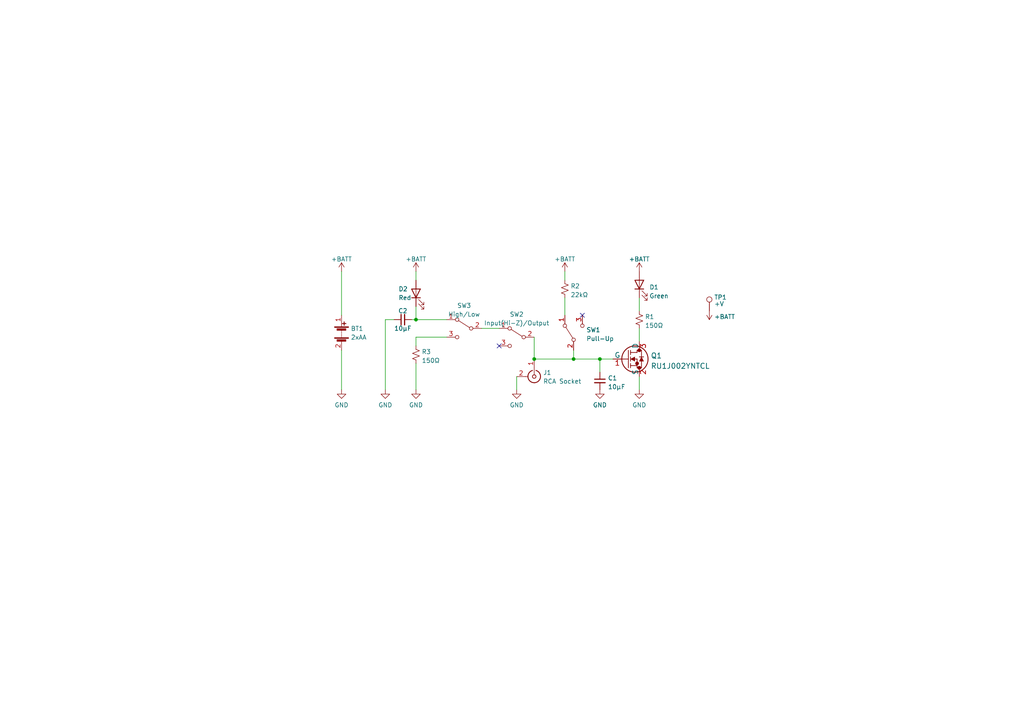
<source format=kicad_sch>
(kicad_sch (version 20230121) (generator eeschema)
  (paper "A4")
  (title_block (title "TixBoard Communications Education Board") (date "2023-06-29") (rev "5") (company "QuarterWave Engineering") (comment 2 "Design Changes: Cost reduction, MOSFET changed to more suitable model with lower Vth") (comment 3 "Original Idea and design: https://twitter.com/m_ou_se/status/1511085846769848329") (comment 4 "[Designed with <3 in San Diego - CERN-OHL-P-2.0]"))
  (lib_symbols
    (symbol "Connector:Conn_Coaxial" (pin_names (offset 1.016) hide)
      (property "Reference" "J" (at 0.254 3.048 0))
      (property "Value" "Conn_Coaxial" (at 2.921 0 90))
      (symbol "Conn_Coaxial_0_1"
        (arc (start -1.778 -0.508) (mid 0.222 -1.808) (end 1.778 0) (stroke (width 0.254)))
        (polyline (pts (xy -2.54 0) (xy -0.508 0)))
        (polyline (pts (xy 0 -2.54) (xy 0 -1.778)))
        (circle (center 0 0) (radius 0.508) (stroke (width 0.2032)))
        (arc (start 1.778 0) (mid 0.222 1.8083) (end -1.778 0.508) (stroke (width 0.254)))
      )
      (symbol "Conn_Coaxial_1_1"
        (pin passive line (at -5.08 0 0) (length 2.54) (name "In") (number "1"))
        (pin passive line (at 0 -5.08 90) (length 2.54) (name "Ext") (number "2"))
      )
    )
    (symbol "Connector:TestPoint" (pin_numbers hide) (pin_names (offset 0.762) hide)
      (property "Reference" "TP" (at 0 6.858 0))
      (property "Value" "TestPoint" (at 0 5.08 0))
      (symbol "TestPoint_0_1"
        (circle (center 0 3.302) (radius 0.762))
      )
      (symbol "TestPoint_1_1"
        (pin passive line (at 0 0 90) (length 2.54) (name "1") (number "1"))
      )
    )
    (symbol "Device:Battery" (pin_names (offset 0) hide)
      (property "Reference" "BT" (at 2.54 2.54 0))
      (property "Value" "Battery" (at 2.54 0 0))
      (symbol "Battery_0_1"
        (rectangle (start -2.032 -1.397) (end 2.032 -1.651) (fill (type outline)))
        (rectangle (start -2.032 1.778) (end 2.032 1.524) (fill (type outline)))
        (rectangle (start -1.3208 -1.9812) (end 1.27 -2.4892) (fill (type outline)))
        (rectangle (start -1.3208 1.1938) (end 1.27 0.6858) (fill (type outline)))
        (polyline (pts (xy 0 -1.524) (xy 0 -1.27)))
        (polyline (pts (xy 0 -1.016) (xy 0 -0.762)))
        (polyline (pts (xy 0 -0.508) (xy 0 -0.254)))
        (polyline (pts (xy 0 0) (xy 0 0.254)))
        (polyline (pts (xy 0 0.508) (xy 0 0.762)))
        (polyline (pts (xy 0 1.778) (xy 0 2.54)))
        (polyline (pts (xy 0.254 2.667) (xy 1.27 2.667)) (stroke (width 0.254)))
        (polyline (pts (xy 0.762 3.175) (xy 0.762 2.159)) (stroke (width 0.254)))
      )
      (symbol "Battery_1_1"
        (pin passive line (at 0 5.08 270) (length 2.54) (name "+") (number "1"))
        (pin passive line (at 0 -5.08 90) (length 2.54) (name "-") (number "2"))
      )
    )
    (symbol "Device:C_Small" (pin_numbers hide) (pin_names (offset 0.254) hide)
      (property "Reference" "C" (at 0.254 1.778 0))
      (property "Value" "C_Small" (at 0.254 -2.032 0))
      (symbol "C_Small_0_1"
        (polyline (pts (xy -1.524 -0.508) (xy 1.524 -0.508)) (stroke (width 0.3302)))
        (polyline (pts (xy -1.524 0.508) (xy 1.524 0.508)) (stroke (width 0.3048)))
      )
      (symbol "C_Small_1_1"
        (pin passive line (at 0 2.54 270) (length 2.032) (name "~") (number "1"))
        (pin passive line (at 0 -2.54 90) (length 2.032) (name "~") (number "2"))
      )
    )
    (symbol "Device:LED" (pin_numbers hide) (pin_names (offset 1.016) hide)
      (property "Reference" "D" (at 0 2.54 0))
      (property "Value" "LED" (at 0 -2.54 0))
      (symbol "LED_0_1"
        (polyline (pts (xy -1.27 -1.27) (xy -1.27 1.27)) (stroke (width 0.254)))
        (polyline (pts (xy -1.27 0) (xy 1.27 0)))
        (polyline (pts (xy 1.27 -1.27) (xy 1.27 1.27) (xy -1.27 0) (xy 1.27 -1.27)) (stroke (width 0.254)))
        (polyline (pts (xy -3.048 -0.762) (xy -4.572 -2.286) (xy -3.81 -2.286) (xy -4.572 -2.286) (xy -4.572 -1.524)))
        (polyline (pts (xy -1.778 -0.762) (xy -3.302 -2.286) (xy -2.54 -2.286) (xy -3.302 -2.286) (xy -3.302 -1.524)))
      )
      (symbol "LED_1_1"
        (pin passive line (at -3.81 0 0) (length 2.54) (name "K") (number "1"))
        (pin passive line (at 3.81 0 180) (length 2.54) (name "A") (number "2"))
      )
    )
    (symbol "Device:R_Small_US" (pin_numbers hide) (pin_names (offset 0.254) hide)
      (property "Reference" "R" (at 0.762 0.508 0))
      (property "Value" "R_Small_US" (at 0.762 -1.016 0))
      (symbol "R_Small_US_1_1"
        (polyline (pts (xy 0 0) (xy 1.016 -0.381) (xy 0 -0.762) (xy -1.016 -1.143) (xy 0 -1.524)))
        (polyline (pts (xy 0 1.524) (xy 1.016 1.143) (xy 0 0.762) (xy -1.016 0.381) (xy 0 0)))
        (pin passive line (at 0 2.54 270) (length 1.016) (name "~") (number "1"))
        (pin passive line (at 0 -2.54 90) (length 1.016) (name "~") (number "2"))
      )
    )
    (symbol "RU1J002YN:RU1J002YNTCL" (pin_names (offset 0))
      (property "Reference" "R" (at 11.43 1.905 0))
      (property "Value" "RU1J002YNTCL" (at 11.43 -5.08 0))
      (symbol "RU1J002YNTCL_1_1"
        (polyline (pts (xy 2.54 0) (xy 4.445 0)) (stroke (width 0.2032)))
        (polyline (pts (xy 4.445 -2.54) (xy 4.445 2.54)) (stroke (width 0.2032)))
        (polyline (pts (xy 5.08 -2.54) (xy 5.08 -1.27)) (stroke (width 0.2032)))
        (polyline (pts (xy 5.08 -1.905) (xy 6.985 -1.905)) (stroke (width 0.2032)))
        (polyline (pts (xy 5.08 -0.635) (xy 5.08 0.635)) (stroke (width 0.2032)))
        (polyline (pts (xy 5.08 1.27) (xy 5.08 2.54)) (stroke (width 0.2032)))
        (polyline (pts (xy 5.08 1.905) (xy 6.985 1.905)) (stroke (width 0.2032)))
        (polyline (pts (xy 6.35 0) (xy 6.985 0)) (stroke (width 0.2032)))
        (polyline (pts (xy 6.985 -2.54) (xy 6.985 0)) (stroke (width 0.2032)))
        (polyline (pts (xy 6.985 -2.54) (xy 8.255 -2.54)) (stroke (width 0.2032)))
        (polyline (pts (xy 6.985 1.905) (xy 6.985 2.54)) (stroke (width 0.2032)))
        (polyline (pts (xy 6.985 2.54) (xy 8.255 2.54)) (stroke (width 0.2032)))
        (polyline (pts (xy 8.255 -2.54) (xy 8.255 -0.635)) (stroke (width 0.2032)))
        (polyline (pts (xy 8.255 0.635) (xy 8.255 2.54)) (stroke (width 0.2032)))
        (polyline (pts (xy 8.89 0.635) (xy 7.62 0.635)) (stroke (width 0.2032)))
        (polyline (pts (xy 6.35 0.635) (xy 5.08 0) (xy 6.35 -0.635) (xy 6.35 0.635)) (stroke (width 0.0254)) (fill (type outline)))
        (polyline (pts (xy 8.89 -0.635) (xy 7.62 -0.635) (xy 8.255 0.635) (xy 8.89 -0.635)) (stroke (width 0.0254)) (fill (type outline)))
        (circle (center 6.35 0) (radius 3.81) (stroke (width 0.254)))
        (circle (center 6.985 -1.27) (radius 0.0254) (stroke (width 0.508)))
        (circle (center 7.62 -2.54) (radius 0.0254) (stroke (width 0.508)))
        (circle (center 7.62 2.54) (radius 0.0254) (stroke (width 0.508)))
        (pin unspecified line (at 0 0 0) (length 2.54) (name "G") (number "1"))
        (pin unspecified line (at 7.62 -5.08 90) (length 2.54) (name "S") (number "2"))
        (pin unspecified line (at 7.62 5.08 270) (length 2.54) (name "D") (number "3"))
      )
    )
    (symbol "Switch:SW_SPDT" (pin_names (offset 0) hide)
      (property "Reference" "SW" (at 0 4.318 0))
      (property "Value" "SW_SPDT" (at 0 -5.08 0))
      (symbol "SW_SPDT_0_0"
        (circle (center -2.032 0) (radius 0.508))
        (circle (center 2.032 -2.54) (radius 0.508))
      )
      (symbol "SW_SPDT_0_1"
        (polyline (pts (xy -1.524 0.254) (xy 1.651 2.286)))
        (circle (center 2.032 2.54) (radius 0.508))
      )
      (symbol "SW_SPDT_1_1"
        (pin passive line (at 5.08 2.54 180) (length 2.54) (name "A") (number "1"))
        (pin passive line (at -5.08 0 0) (length 2.54) (name "B") (number "2"))
        (pin passive line (at 5.08 -2.54 180) (length 2.54) (name "C") (number "3"))
      )
    )
    (symbol "power:+BATT" (power) (pin_names (offset 0))
      (property "Value" "+BATT" (at 0 3.556 0))
      (symbol "+BATT_0_1"
        (polyline (pts (xy -0.762 1.27) (xy 0 2.54)))
        (polyline (pts (xy 0 0) (xy 0 2.54)))
        (polyline (pts (xy 0 2.54) (xy 0.762 1.27)))
      )
      (symbol "+BATT_1_1"
        (pin power_in line (at 0 0 90) (length 0) hide (name "+BATT") (number "1"))
      )
    )
    (symbol "power:GND" (power) (pin_names (offset 0))
      (property "Value" "GND" (at 0 -3.81 0))
      (symbol "GND_0_1"
        (polyline (pts (xy 0 0) (xy 0 -1.27) (xy 1.27 -1.27) (xy 0 -2.54) (xy -1.27 -1.27) (xy 0 -1.27)))
      )
      (symbol "GND_1_1"
        (pin power_in line (at 0 0 270) (length 0) hide (name "GND") (number "1"))
      )
    )
  )
  (junction (at 154.94 104.14))
  (junction (at 173.99 104.14))
  (junction (at 166.37 104.14))
  (junction (at 120.65 92.71))
  (no_connect (at 144.78 100.33))
  (no_connect (at 168.91 91.44))
  (wire (pts (xy 185.42 86.36) (xy 185.42 90.17)))
  (wire (pts (xy 99.06 101.6) (xy 99.06 113.03)))
  (wire (pts (xy 99.06 78.74) (xy 99.06 91.44)))
  (wire (pts (xy 120.65 92.71) (xy 129.54 92.71)))
  (wire (pts (xy 149.86 109.22) (xy 149.86 113.03)))
  (wire (pts (xy 119.38 92.71) (xy 120.65 92.71)))
  (wire (pts (xy 120.65 88.9) (xy 120.65 92.71)))
  (wire (pts (xy 139.7 95.25) (xy 144.78 95.25)))
  (wire (pts (xy 120.65 78.74) (xy 120.65 81.28)))
  (wire (pts (xy 185.42 95.25) (xy 185.42 99.06)))
  (wire (pts (xy 166.37 104.14) (xy 154.94 104.14)))
  (wire (pts (xy 163.83 81.28) (xy 163.83 78.74)))
  (wire (pts (xy 173.99 104.14) (xy 177.8 104.14)))
  (wire (pts (xy 129.54 97.79) (xy 120.65 97.79)))
  (wire (pts (xy 185.42 109.22) (xy 185.42 113.03)))
  (wire (pts (xy 166.37 104.14) (xy 166.37 101.6)))
  (wire (pts (xy 114.3 92.71) (xy 111.76 92.71)))
  (wire (pts (xy 111.76 92.71) (xy 111.76 113.03)))
  (wire (pts (xy 120.65 105.41) (xy 120.65 113.03)))
  (wire (pts (xy 154.94 97.79) (xy 154.94 104.14)))
  (wire (pts (xy 120.65 97.79) (xy 120.65 100.33)))
  (wire (pts (xy 173.99 107.95) (xy 173.99 104.14)))
  (wire (pts (xy 163.83 86.36) (xy 163.83 91.44)))
  (wire (pts (xy 173.99 104.14) (xy 166.37 104.14)))
  (symbol (lib_id "power:GND") (at 173.99 113.03 0) (unit 1)
    (property "Reference" "#PWR0103" (effects hide))
    (property "Value" "GND" (at 173.99 117.4734 0))
  )
  (symbol (lib_id "power:GND") (at 185.42 113.03 0) (unit 1)
    (property "Reference" "#PWR0102" (effects hide))
    (property "Value" "GND" (at 185.42 117.4734 0))
  )
  (symbol (lib_id "power:+BATT") (at 163.83 78.74 0) (unit 1)
    (property "Reference" "#PWR0105" (effects hide))
    (property "Value" "+BATT" (at 163.83 75.1642 0))
  )
  (symbol (lib_id "power:+BATT") (at 185.42 78.74 0) (unit 1)
    (property "Reference" "#PWR0104" (effects hide))
    (property "Value" "+BATT" (at 185.42 75.1642 0))
  )
  (symbol (lib_id "Connector:Conn_Coaxial") (at 154.94 109.22 270) (unit 1)
    (property "Reference" "J1" (at 157.5286 108.0678 90) (effects (justify left)))
    (property "Value" "RCA Socket" (at 157.5286 110.6047 90) (effects (justify left)))
    (property "Footprint" "KLPX-0848A-2-B:KLPX-0848A-2-B" (effects hide))
    (property "Datasheet" " ~" (effects hide))
  )
  (symbol (lib_id "Device:LED") (at 185.42 82.55 90) (unit 1)
    (property "Reference" "D1" (at 188.341 83.3028 90) (effects (justify right)))
    (property "Value" "Green" (at 188.341 85.8397 90) (effects (justify right)))
    (property "Footprint" "LED_SMD:LED_0603_1608Metric" (effects hide))
  )
  (symbol (lib_id "Device:R_Small_US") (at 120.65 102.87 180) (unit 1)
    (property "Reference" "R3" (at 122.301 102.0353 0) (effects (justify right)))
    (property "Value" "150Ω" (at 122.301 104.5722 0) (effects (justify right)))
    (property "Footprint" "Resistor_SMD:R_0603_1608Metric" (effects hide))
  )
  (symbol (lib_id "power:GND") (at 149.86 113.03 0) (unit 1)
    (property "Reference" "#PWR0101" (effects hide))
    (property "Value" "GND" (at 149.86 117.4734 0))
  )
  (symbol (lib_id "Device:Battery") (at 99.06 96.52 0) (unit 1)
    (property "Reference" "BT1" (at 101.727 95.3043 0) (effects (justify left)))
    (property "Value" "2xAA" (at 101.727 97.8412 0) (effects (justify left)))
    (property "Footprint" "BC2AAPC:BAT_BC2AAPC" (effects hide))
  )
  (symbol (lib_id "Device:R_Small_US") (at 185.42 92.71 0) (unit 1)
    (property "Reference" "R1" (at 187.071 91.8753 0) (effects (justify left)))
    (property "Value" "150Ω" (at 187.071 94.4122 0) (effects (justify left)))
    (property "Footprint" "Resistor_SMD:R_0603_1608Metric" (effects hide))
  )
  (symbol (lib_id "power:GND") (at 99.06 113.03 0) (unit 1)
    (property "Reference" "#PWR0109" (effects hide))
    (property "Value" "GND" (at 99.06 117.4734 0))
  )
  (symbol (lib_id "Device:C_Small") (at 173.99 110.49 0) (unit 1)
    (property "Reference" "C1" (at 176.3141 109.6616 0) (effects (justify left)))
    (property "Value" "10μF" (at 176.3141 112.1985 0) (effects (justify left)))
    (property "Footprint" "Capacitor_SMD:C_0805_2012Metric" (effects hide))
  )
  (symbol (lib_id "power:+BATT") (at 120.65 78.74 0) (unit 1)
    (property "Reference" "#PWR0106" (effects hide))
    (property "Value" "+BATT" (at 120.65 75.1642 0))
  )
  (symbol (lib_id "RU1J002YN:RU1J002YNTCL") (at 177.8 104.14 0) (unit 1)
    (property "Reference" "Q1" (at 188.722 103.1638 0) (effects (font (size 1.524 1.524)) (justify left)))
    (property "Value" "RU1J002YNTCL" (at 188.722 106.1572 0) (effects (font (size 1.524 1.524)) (justify left)))
    (property "Footprint" "Package_TO_SOT_SMD:SOT-323_SC-70" (effects hide))
    (property "Sim.Device" "SPICE" (effects hide))
    (property "Sim.Pins" "1=1 2=2 3=3" (effects hide))
  )
  (symbol (lib_id "power:+BATT") (at 99.06 78.74 0) (unit 1)
    (property "Reference" "#PWR0107" (effects hide))
    (property "Value" "+BATT" (at 99.06 75.1642 0))
  )
  (symbol (lib_id "power:+BATT") (at 205.74 90.17 180) (unit 1)
    (property "Reference" "#PWR0111" (effects hide))
    (property "Value" "+BATT" (at 207.137 91.8738 0) (effects (justify right)))
  )
  (symbol (lib_id "Switch:SW_SPDT") (at 134.62 95.25 0) (mirror y) (unit 1)
    (property "Reference" "SW3" (at 134.62 88.6292 0))
    (property "Value" "High/Low" (at 134.62 91.1661 0))
    (property "Footprint" "JS102011SCQN:JS102011SCQN" (effects hide))
  )
  (symbol (lib_id "Switch:SW_SPDT") (at 166.37 96.52 90) (unit 1)
    (property "Reference" "SW1" (at 170.053 95.6853 90) (effects (justify right)))
    (property "Value" "Pull-Up" (at 170.053 98.2222 90) (effects (justify right)))
    (property "Footprint" "JS102011SCQN:JS102011SCQN" (effects hide))
  )
  (symbol (lib_id "Device:R_Small_US") (at 163.83 83.82 0) (unit 1)
    (property "Reference" "R2" (at 165.481 82.9853 0) (effects (justify left)))
    (property "Value" "22kΩ" (at 165.481 85.5222 0) (effects (justify left)))
    (property "Footprint" "Resistor_SMD:R_0603_1608Metric" (effects hide))
  )
  (symbol (lib_id "power:GND") (at 111.76 113.03 0) (unit 1)
    (property "Reference" "#PWR0112" (effects hide))
    (property "Value" "GND" (at 111.76 117.4734 0))
  )
  (symbol (lib_id "Switch:SW_SPDT") (at 149.86 97.79 0) (mirror y) (unit 1)
    (property "Reference" "SW2" (at 149.86 91.1692 0))
    (property "Value" "Input(Hi-Z)/Output" (at 149.86 93.7061 0))
    (property "Footprint" "JS102011SCQN:JS102011SCQN" (effects hide))
  )
  (symbol (lib_id "Connector:TestPoint") (at 205.74 90.17 0) (unit 1)
    (property "Reference" "TP1" (at 207.137 86.2243 0) (effects (justify left)))
    (property "Value" "+V" (at 207.137 88.1453 0) (effects (justify left)))
    (property "Footprint" "TestPoint:TestPoint_Pad_1.5x1.5mm" (effects hide))
  )
  (symbol (lib_id "Device:LED") (at 120.65 85.09 90) (unit 1)
    (property "Reference" "D2" (at 115.57 83.82 90) (effects (justify right)))
    (property "Value" "Red" (at 115.57 86.36 90) (effects (justify right)))
    (property "Footprint" "LED_SMD:LED_0603_1608Metric" (effects hide))
  )
  (symbol (lib_id "Device:C_Small") (at 116.84 92.71 90) (unit 1)
    (property "Reference" "C2" (at 116.84 90.17 90))
    (property "Value" "10μF" (at 116.84 95.25 90))
    (property "Footprint" "Capacitor_SMD:C_0805_2012Metric" (effects hide))
  )
  (symbol (lib_id "power:GND") (at 120.65 113.03 0) (unit 1)
    (property "Reference" "#PWR0108" (effects hide))
    (property "Value" "GND" (at 120.65 117.4734 0))
  )
)
</source>
